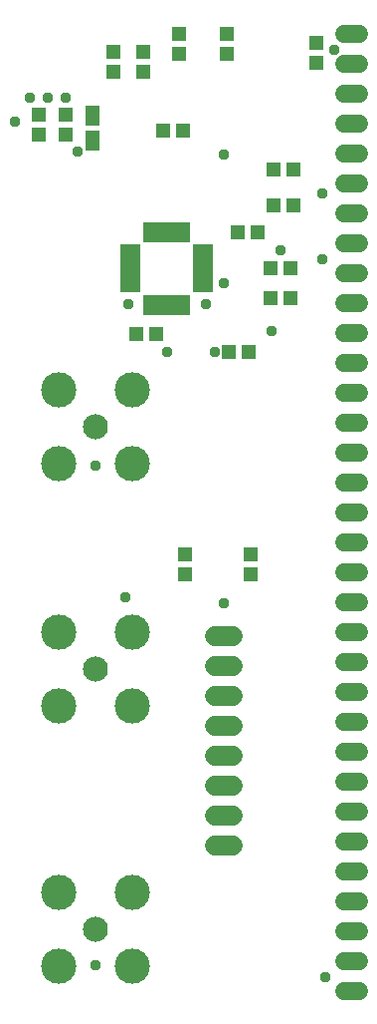
<source format=gbr>
G04 EAGLE Gerber RS-274X export*
G75*
%MOMM*%
%FSLAX34Y34*%
%LPD*%
%INSoldermask Bottom*%
%IPPOS*%
%AMOC8*
5,1,8,0,0,1.08239X$1,22.5*%
G01*
%ADD10R,1.203200X1.303200*%
%ADD11R,1.303200X1.203200*%
%ADD12R,0.503200X1.803200*%
%ADD13R,1.803200X0.503200*%
%ADD14R,1.203200X1.703200*%
%ADD15C,1.511200*%
%ADD16C,3.003200*%
%ADD17C,2.133600*%
%ADD18C,1.727200*%
%ADD19C,0.959600*%


D10*
X274320Y841620D03*
X274320Y824620D03*
X198120Y832240D03*
X198120Y849240D03*
D11*
X138040Y594360D03*
X121040Y594360D03*
D10*
X157480Y832240D03*
X157480Y849240D03*
D12*
X129820Y681240D03*
X134820Y681240D03*
X139820Y681240D03*
X144820Y681240D03*
X149820Y681240D03*
X154820Y681240D03*
X159820Y681240D03*
X164820Y681240D03*
D13*
X178320Y667740D03*
X178320Y662740D03*
X178320Y657740D03*
X178320Y652740D03*
X178320Y647740D03*
X178320Y642740D03*
X178320Y637740D03*
X178320Y632740D03*
D12*
X164820Y619240D03*
X159820Y619240D03*
X154820Y619240D03*
X149820Y619240D03*
X144820Y619240D03*
X139820Y619240D03*
X134820Y619240D03*
X129820Y619240D03*
D13*
X116320Y632740D03*
X116320Y637740D03*
X116320Y642740D03*
X116320Y647740D03*
X116320Y652740D03*
X116320Y657740D03*
X116320Y662740D03*
X116320Y667740D03*
D11*
X127000Y817000D03*
X127000Y834000D03*
D14*
X83820Y759095D03*
X83820Y780145D03*
D10*
X237880Y734060D03*
X254880Y734060D03*
D11*
X162560Y407280D03*
X162560Y390280D03*
D10*
X237880Y703580D03*
X254880Y703580D03*
X207400Y680720D03*
X224400Y680720D03*
X235340Y624840D03*
X252340Y624840D03*
X235340Y650240D03*
X252340Y650240D03*
D11*
X218440Y407280D03*
X218440Y390280D03*
D10*
X216780Y579120D03*
X199780Y579120D03*
D15*
X298260Y849630D02*
X311340Y849630D01*
X311340Y824230D02*
X298260Y824230D01*
X298260Y798830D02*
X311340Y798830D01*
X311340Y773430D02*
X298260Y773430D01*
X298260Y748030D02*
X311340Y748030D01*
X311340Y722630D02*
X298260Y722630D01*
X298260Y697230D02*
X311340Y697230D01*
X311340Y671830D02*
X298260Y671830D01*
X298260Y646430D02*
X311340Y646430D01*
X311340Y621030D02*
X298260Y621030D01*
X298260Y595630D02*
X311340Y595630D01*
X311340Y570230D02*
X298260Y570230D01*
X298260Y544830D02*
X311340Y544830D01*
X311340Y519430D02*
X298260Y519430D01*
X298260Y494030D02*
X311340Y494030D01*
X311340Y468630D02*
X298260Y468630D01*
X298260Y443230D02*
X311340Y443230D01*
X311340Y417830D02*
X298260Y417830D01*
X298260Y392430D02*
X311340Y392430D01*
X311340Y367030D02*
X298260Y367030D01*
X298260Y341630D02*
X311340Y341630D01*
X311340Y316230D02*
X298260Y316230D01*
X298260Y290830D02*
X311340Y290830D01*
X311340Y265430D02*
X298260Y265430D01*
X298260Y240030D02*
X311340Y240030D01*
X311340Y214630D02*
X298260Y214630D01*
X298260Y189230D02*
X311340Y189230D01*
X311340Y163830D02*
X298260Y163830D01*
X298260Y138430D02*
X311340Y138430D01*
X311340Y113030D02*
X298260Y113030D01*
X298260Y87630D02*
X311340Y87630D01*
X311340Y62230D02*
X298260Y62230D01*
X298260Y36830D02*
X311340Y36830D01*
D16*
X55060Y120200D03*
X117660Y120200D03*
X55060Y57600D03*
X117660Y57600D03*
D17*
X86360Y88900D03*
D16*
X55060Y341180D03*
X117660Y341180D03*
X55060Y278580D03*
X117660Y278580D03*
D17*
X86360Y309880D03*
D16*
X55060Y546920D03*
X117660Y546920D03*
X55060Y484320D03*
X117660Y484320D03*
D17*
X86360Y515620D03*
D10*
X60960Y780660D03*
X60960Y763660D03*
X38100Y780660D03*
X38100Y763660D03*
X101600Y817000D03*
X101600Y834000D03*
D11*
X160900Y767080D03*
X143900Y767080D03*
D18*
X187960Y337820D02*
X203200Y337820D01*
X203200Y312420D02*
X187960Y312420D01*
X187960Y287020D02*
X203200Y287020D01*
X203200Y261620D02*
X187960Y261620D01*
X187960Y236220D02*
X203200Y236220D01*
X203200Y210820D02*
X187960Y210820D01*
X187960Y185420D02*
X203200Y185420D01*
X203200Y160020D02*
X187960Y160020D01*
D19*
X195580Y637740D03*
X195580Y746760D03*
X236220Y596900D03*
X243840Y665480D03*
X147320Y579120D03*
X289560Y835660D03*
X71120Y749300D03*
X86360Y58420D03*
X281940Y48260D03*
X180340Y619760D03*
X114300Y619760D03*
X279400Y657860D03*
X279400Y713740D03*
X17780Y774700D03*
X86360Y482600D03*
X111760Y370840D03*
X195580Y365760D03*
X187960Y579120D03*
X60960Y795020D03*
X30480Y795020D03*
X45720Y795020D03*
M02*

</source>
